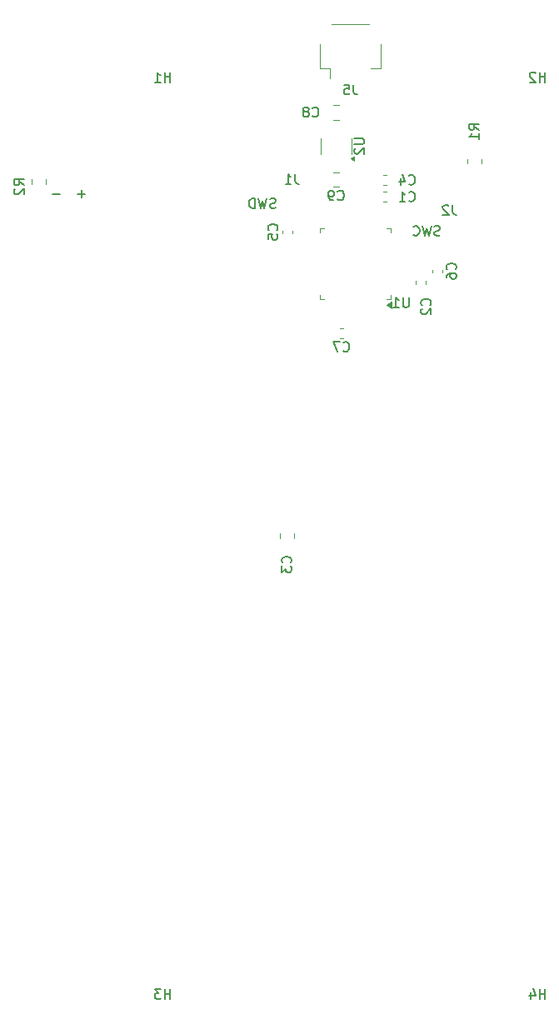
<source format=gbr>
%TF.GenerationSoftware,KiCad,Pcbnew,8.0.2*%
%TF.CreationDate,2025-12-13T15:13:10-08:00*%
%TF.ProjectId,mx-unsaver-numpad,6d782d75-6e73-4617-9665-722d6e756d70,rev?*%
%TF.SameCoordinates,Original*%
%TF.FileFunction,Legend,Bot*%
%TF.FilePolarity,Positive*%
%FSLAX46Y46*%
G04 Gerber Fmt 4.6, Leading zero omitted, Abs format (unit mm)*
G04 Created by KiCad (PCBNEW 8.0.2) date 2025-12-13 15:13:10*
%MOMM*%
%LPD*%
G01*
G04 APERTURE LIST*
%ADD10C,0.150000*%
%ADD11C,0.120000*%
G04 APERTURE END LIST*
D10*
X20990839Y-4732200D02*
X20847982Y-4779819D01*
X20847982Y-4779819D02*
X20609887Y-4779819D01*
X20609887Y-4779819D02*
X20514649Y-4732200D01*
X20514649Y-4732200D02*
X20467030Y-4684580D01*
X20467030Y-4684580D02*
X20419411Y-4589342D01*
X20419411Y-4589342D02*
X20419411Y-4494104D01*
X20419411Y-4494104D02*
X20467030Y-4398866D01*
X20467030Y-4398866D02*
X20514649Y-4351247D01*
X20514649Y-4351247D02*
X20609887Y-4303628D01*
X20609887Y-4303628D02*
X20800363Y-4256009D01*
X20800363Y-4256009D02*
X20895601Y-4208390D01*
X20895601Y-4208390D02*
X20943220Y-4160771D01*
X20943220Y-4160771D02*
X20990839Y-4065533D01*
X20990839Y-4065533D02*
X20990839Y-3970295D01*
X20990839Y-3970295D02*
X20943220Y-3875057D01*
X20943220Y-3875057D02*
X20895601Y-3827438D01*
X20895601Y-3827438D02*
X20800363Y-3779819D01*
X20800363Y-3779819D02*
X20562268Y-3779819D01*
X20562268Y-3779819D02*
X20419411Y-3827438D01*
X20086077Y-3779819D02*
X19847982Y-4779819D01*
X19847982Y-4779819D02*
X19657506Y-4065533D01*
X19657506Y-4065533D02*
X19467030Y-4779819D01*
X19467030Y-4779819D02*
X19228935Y-3779819D01*
X18847982Y-4779819D02*
X18847982Y-3779819D01*
X18847982Y-3779819D02*
X18609887Y-3779819D01*
X18609887Y-3779819D02*
X18467030Y-3827438D01*
X18467030Y-3827438D02*
X18371792Y-3922676D01*
X18371792Y-3922676D02*
X18324173Y-4017914D01*
X18324173Y-4017914D02*
X18276554Y-4208390D01*
X18276554Y-4208390D02*
X18276554Y-4351247D01*
X18276554Y-4351247D02*
X18324173Y-4541723D01*
X18324173Y-4541723D02*
X18371792Y-4636961D01*
X18371792Y-4636961D02*
X18467030Y-4732200D01*
X18467030Y-4732200D02*
X18609887Y-4779819D01*
X18609887Y-4779819D02*
X18847982Y-4779819D01*
X37700839Y-7522200D02*
X37557982Y-7569819D01*
X37557982Y-7569819D02*
X37319887Y-7569819D01*
X37319887Y-7569819D02*
X37224649Y-7522200D01*
X37224649Y-7522200D02*
X37177030Y-7474580D01*
X37177030Y-7474580D02*
X37129411Y-7379342D01*
X37129411Y-7379342D02*
X37129411Y-7284104D01*
X37129411Y-7284104D02*
X37177030Y-7188866D01*
X37177030Y-7188866D02*
X37224649Y-7141247D01*
X37224649Y-7141247D02*
X37319887Y-7093628D01*
X37319887Y-7093628D02*
X37510363Y-7046009D01*
X37510363Y-7046009D02*
X37605601Y-6998390D01*
X37605601Y-6998390D02*
X37653220Y-6950771D01*
X37653220Y-6950771D02*
X37700839Y-6855533D01*
X37700839Y-6855533D02*
X37700839Y-6760295D01*
X37700839Y-6760295D02*
X37653220Y-6665057D01*
X37653220Y-6665057D02*
X37605601Y-6617438D01*
X37605601Y-6617438D02*
X37510363Y-6569819D01*
X37510363Y-6569819D02*
X37272268Y-6569819D01*
X37272268Y-6569819D02*
X37129411Y-6617438D01*
X36796077Y-6569819D02*
X36557982Y-7569819D01*
X36557982Y-7569819D02*
X36367506Y-6855533D01*
X36367506Y-6855533D02*
X36177030Y-7569819D01*
X36177030Y-7569819D02*
X35938935Y-6569819D01*
X34986554Y-7474580D02*
X35034173Y-7522200D01*
X35034173Y-7522200D02*
X35177030Y-7569819D01*
X35177030Y-7569819D02*
X35272268Y-7569819D01*
X35272268Y-7569819D02*
X35415125Y-7522200D01*
X35415125Y-7522200D02*
X35510363Y-7426961D01*
X35510363Y-7426961D02*
X35557982Y-7331723D01*
X35557982Y-7331723D02*
X35605601Y-7141247D01*
X35605601Y-7141247D02*
X35605601Y-6998390D01*
X35605601Y-6998390D02*
X35557982Y-6807914D01*
X35557982Y-6807914D02*
X35510363Y-6712676D01*
X35510363Y-6712676D02*
X35415125Y-6617438D01*
X35415125Y-6617438D02*
X35272268Y-6569819D01*
X35272268Y-6569819D02*
X35177030Y-6569819D01*
X35177030Y-6569819D02*
X35034173Y-6617438D01*
X35034173Y-6617438D02*
X34986554Y-6665057D01*
X41658151Y3176666D02*
X41181960Y3509999D01*
X41658151Y3748094D02*
X40658151Y3748094D01*
X40658151Y3748094D02*
X40658151Y3367142D01*
X40658151Y3367142D02*
X40705770Y3271904D01*
X40705770Y3271904D02*
X40753389Y3224285D01*
X40753389Y3224285D02*
X40848627Y3176666D01*
X40848627Y3176666D02*
X40991484Y3176666D01*
X40991484Y3176666D02*
X41086722Y3224285D01*
X41086722Y3224285D02*
X41134341Y3271904D01*
X41134341Y3271904D02*
X41181960Y3367142D01*
X41181960Y3367142D02*
X41181960Y3748094D01*
X41658151Y2224285D02*
X41658151Y2795713D01*
X41658151Y2509999D02*
X40658151Y2509999D01*
X40658151Y2509999D02*
X40801008Y2605237D01*
X40801008Y2605237D02*
X40896246Y2700475D01*
X40896246Y2700475D02*
X40943865Y2795713D01*
X27306666Y-3895830D02*
X27354285Y-3943450D01*
X27354285Y-3943450D02*
X27497142Y-3991069D01*
X27497142Y-3991069D02*
X27592380Y-3991069D01*
X27592380Y-3991069D02*
X27735237Y-3943450D01*
X27735237Y-3943450D02*
X27830475Y-3848211D01*
X27830475Y-3848211D02*
X27878094Y-3752973D01*
X27878094Y-3752973D02*
X27925713Y-3562497D01*
X27925713Y-3562497D02*
X27925713Y-3419640D01*
X27925713Y-3419640D02*
X27878094Y-3229164D01*
X27878094Y-3229164D02*
X27830475Y-3133926D01*
X27830475Y-3133926D02*
X27735237Y-3038688D01*
X27735237Y-3038688D02*
X27592380Y-2991069D01*
X27592380Y-2991069D02*
X27497142Y-2991069D01*
X27497142Y-2991069D02*
X27354285Y-3038688D01*
X27354285Y-3038688D02*
X27306666Y-3086307D01*
X26830475Y-3991069D02*
X26639999Y-3991069D01*
X26639999Y-3991069D02*
X26544761Y-3943450D01*
X26544761Y-3943450D02*
X26497142Y-3895830D01*
X26497142Y-3895830D02*
X26401904Y-3752973D01*
X26401904Y-3752973D02*
X26354285Y-3562497D01*
X26354285Y-3562497D02*
X26354285Y-3181545D01*
X26354285Y-3181545D02*
X26401904Y-3086307D01*
X26401904Y-3086307D02*
X26449523Y-3038688D01*
X26449523Y-3038688D02*
X26544761Y-2991069D01*
X26544761Y-2991069D02*
X26735237Y-2991069D01*
X26735237Y-2991069D02*
X26830475Y-3038688D01*
X26830475Y-3038688D02*
X26878094Y-3086307D01*
X26878094Y-3086307D02*
X26925713Y-3181545D01*
X26925713Y-3181545D02*
X26925713Y-3419640D01*
X26925713Y-3419640D02*
X26878094Y-3514878D01*
X26878094Y-3514878D02*
X26830475Y-3562497D01*
X26830475Y-3562497D02*
X26735237Y-3610116D01*
X26735237Y-3610116D02*
X26544761Y-3610116D01*
X26544761Y-3610116D02*
X26449523Y-3562497D01*
X26449523Y-3562497D02*
X26401904Y-3514878D01*
X26401904Y-3514878D02*
X26354285Y-3419640D01*
X38973333Y-4454819D02*
X38973333Y-5169104D01*
X38973333Y-5169104D02*
X39020952Y-5311961D01*
X39020952Y-5311961D02*
X39116190Y-5407200D01*
X39116190Y-5407200D02*
X39259047Y-5454819D01*
X39259047Y-5454819D02*
X39354285Y-5454819D01*
X38544761Y-4550057D02*
X38497142Y-4502438D01*
X38497142Y-4502438D02*
X38401904Y-4454819D01*
X38401904Y-4454819D02*
X38163809Y-4454819D01*
X38163809Y-4454819D02*
X38068571Y-4502438D01*
X38068571Y-4502438D02*
X38020952Y-4550057D01*
X38020952Y-4550057D02*
X37973333Y-4645295D01*
X37973333Y-4645295D02*
X37973333Y-4740533D01*
X37973333Y-4740533D02*
X38020952Y-4883390D01*
X38020952Y-4883390D02*
X38592380Y-5454819D01*
X38592380Y-5454819D02*
X37973333Y-5454819D01*
X22983333Y-1304819D02*
X22983333Y-2019104D01*
X22983333Y-2019104D02*
X23030952Y-2161961D01*
X23030952Y-2161961D02*
X23126190Y-2257200D01*
X23126190Y-2257200D02*
X23269047Y-2304819D01*
X23269047Y-2304819D02*
X23364285Y-2304819D01*
X21983333Y-2304819D02*
X22554761Y-2304819D01*
X22269047Y-2304819D02*
X22269047Y-1304819D01*
X22269047Y-1304819D02*
X22364285Y-1447676D01*
X22364285Y-1447676D02*
X22459523Y-1542914D01*
X22459523Y-1542914D02*
X22554761Y-1590533D01*
X34536666Y-4019580D02*
X34584285Y-4067200D01*
X34584285Y-4067200D02*
X34727142Y-4114819D01*
X34727142Y-4114819D02*
X34822380Y-4114819D01*
X34822380Y-4114819D02*
X34965237Y-4067200D01*
X34965237Y-4067200D02*
X35060475Y-3971961D01*
X35060475Y-3971961D02*
X35108094Y-3876723D01*
X35108094Y-3876723D02*
X35155713Y-3686247D01*
X35155713Y-3686247D02*
X35155713Y-3543390D01*
X35155713Y-3543390D02*
X35108094Y-3352914D01*
X35108094Y-3352914D02*
X35060475Y-3257676D01*
X35060475Y-3257676D02*
X34965237Y-3162438D01*
X34965237Y-3162438D02*
X34822380Y-3114819D01*
X34822380Y-3114819D02*
X34727142Y-3114819D01*
X34727142Y-3114819D02*
X34584285Y-3162438D01*
X34584285Y-3162438D02*
X34536666Y-3210057D01*
X33584285Y-4114819D02*
X34155713Y-4114819D01*
X33869999Y-4114819D02*
X33869999Y-3114819D01*
X33869999Y-3114819D02*
X33965237Y-3257676D01*
X33965237Y-3257676D02*
X34060475Y-3352914D01*
X34060475Y-3352914D02*
X34155713Y-3400533D01*
X48386904Y8020180D02*
X48386904Y9020180D01*
X48386904Y8543990D02*
X47815476Y8543990D01*
X47815476Y8020180D02*
X47815476Y9020180D01*
X47386904Y8924942D02*
X47339285Y8972561D01*
X47339285Y8972561D02*
X47244047Y9020180D01*
X47244047Y9020180D02*
X47005952Y9020180D01*
X47005952Y9020180D02*
X46910714Y8972561D01*
X46910714Y8972561D02*
X46863095Y8924942D01*
X46863095Y8924942D02*
X46815476Y8829704D01*
X46815476Y8829704D02*
X46815476Y8734466D01*
X46815476Y8734466D02*
X46863095Y8591609D01*
X46863095Y8591609D02*
X47434523Y8020180D01*
X47434523Y8020180D02*
X46815476Y8020180D01*
X48386904Y-85129819D02*
X48386904Y-84129819D01*
X48386904Y-84606009D02*
X47815476Y-84606009D01*
X47815476Y-85129819D02*
X47815476Y-84129819D01*
X46910714Y-84463152D02*
X46910714Y-85129819D01*
X47148809Y-84082200D02*
X47386904Y-84796485D01*
X47386904Y-84796485D02*
X46767857Y-84796485D01*
X-4595180Y-2433333D02*
X-5071371Y-2100000D01*
X-4595180Y-1861905D02*
X-5595180Y-1861905D01*
X-5595180Y-1861905D02*
X-5595180Y-2242857D01*
X-5595180Y-2242857D02*
X-5547561Y-2338095D01*
X-5547561Y-2338095D02*
X-5499942Y-2385714D01*
X-5499942Y-2385714D02*
X-5404704Y-2433333D01*
X-5404704Y-2433333D02*
X-5261847Y-2433333D01*
X-5261847Y-2433333D02*
X-5166609Y-2385714D01*
X-5166609Y-2385714D02*
X-5118990Y-2338095D01*
X-5118990Y-2338095D02*
X-5071371Y-2242857D01*
X-5071371Y-2242857D02*
X-5071371Y-1861905D01*
X-5499942Y-2814286D02*
X-5547561Y-2861905D01*
X-5547561Y-2861905D02*
X-5595180Y-2957143D01*
X-5595180Y-2957143D02*
X-5595180Y-3195238D01*
X-5595180Y-3195238D02*
X-5547561Y-3290476D01*
X-5547561Y-3290476D02*
X-5499942Y-3338095D01*
X-5499942Y-3338095D02*
X-5404704Y-3385714D01*
X-5404704Y-3385714D02*
X-5309466Y-3385714D01*
X-5309466Y-3385714D02*
X-5166609Y-3338095D01*
X-5166609Y-3338095D02*
X-4595180Y-2766667D01*
X-4595180Y-2766667D02*
X-4595180Y-3385714D01*
X10286904Y-85129819D02*
X10286904Y-84129819D01*
X10286904Y-84606009D02*
X9715476Y-84606009D01*
X9715476Y-85129819D02*
X9715476Y-84129819D01*
X9334523Y-84129819D02*
X8715476Y-84129819D01*
X8715476Y-84129819D02*
X9048809Y-84510771D01*
X9048809Y-84510771D02*
X8905952Y-84510771D01*
X8905952Y-84510771D02*
X8810714Y-84558390D01*
X8810714Y-84558390D02*
X8763095Y-84606009D01*
X8763095Y-84606009D02*
X8715476Y-84701247D01*
X8715476Y-84701247D02*
X8715476Y-84939342D01*
X8715476Y-84939342D02*
X8763095Y-85034580D01*
X8763095Y-85034580D02*
X8810714Y-85082200D01*
X8810714Y-85082200D02*
X8905952Y-85129819D01*
X8905952Y-85129819D02*
X9191666Y-85129819D01*
X9191666Y-85129819D02*
X9286904Y-85082200D01*
X9286904Y-85082200D02*
X9334523Y-85034580D01*
X-1650951Y-3353866D02*
X-889047Y-3353866D01*
X889048Y-3353866D02*
X1650953Y-3353866D01*
X1270000Y-3734819D02*
X1270000Y-2972914D01*
X10286904Y8020180D02*
X10286904Y9020180D01*
X10286904Y8543990D02*
X9715476Y8543990D01*
X9715476Y8020180D02*
X9715476Y9020180D01*
X8715476Y8020180D02*
X9286904Y8020180D01*
X9001190Y8020180D02*
X9001190Y9020180D01*
X9001190Y9020180D02*
X9096428Y8877323D01*
X9096428Y8877323D02*
X9191666Y8782085D01*
X9191666Y8782085D02*
X9286904Y8734466D01*
X22502914Y-40813333D02*
X22550534Y-40765714D01*
X22550534Y-40765714D02*
X22598153Y-40622857D01*
X22598153Y-40622857D02*
X22598153Y-40527619D01*
X22598153Y-40527619D02*
X22550534Y-40384762D01*
X22550534Y-40384762D02*
X22455295Y-40289524D01*
X22455295Y-40289524D02*
X22360057Y-40241905D01*
X22360057Y-40241905D02*
X22169581Y-40194286D01*
X22169581Y-40194286D02*
X22026724Y-40194286D01*
X22026724Y-40194286D02*
X21836248Y-40241905D01*
X21836248Y-40241905D02*
X21741010Y-40289524D01*
X21741010Y-40289524D02*
X21645772Y-40384762D01*
X21645772Y-40384762D02*
X21598153Y-40527619D01*
X21598153Y-40527619D02*
X21598153Y-40622857D01*
X21598153Y-40622857D02*
X21645772Y-40765714D01*
X21645772Y-40765714D02*
X21693391Y-40813333D01*
X21598153Y-41146667D02*
X21598153Y-41765714D01*
X21598153Y-41765714D02*
X21979105Y-41432381D01*
X21979105Y-41432381D02*
X21979105Y-41575238D01*
X21979105Y-41575238D02*
X22026724Y-41670476D01*
X22026724Y-41670476D02*
X22074343Y-41718095D01*
X22074343Y-41718095D02*
X22169581Y-41765714D01*
X22169581Y-41765714D02*
X22407676Y-41765714D01*
X22407676Y-41765714D02*
X22502914Y-41718095D01*
X22502914Y-41718095D02*
X22550534Y-41670476D01*
X22550534Y-41670476D02*
X22598153Y-41575238D01*
X22598153Y-41575238D02*
X22598153Y-41289524D01*
X22598153Y-41289524D02*
X22550534Y-41194286D01*
X22550534Y-41194286D02*
X22502914Y-41146667D01*
X34526666Y-2299580D02*
X34574285Y-2347200D01*
X34574285Y-2347200D02*
X34717142Y-2394819D01*
X34717142Y-2394819D02*
X34812380Y-2394819D01*
X34812380Y-2394819D02*
X34955237Y-2347200D01*
X34955237Y-2347200D02*
X35050475Y-2251961D01*
X35050475Y-2251961D02*
X35098094Y-2156723D01*
X35098094Y-2156723D02*
X35145713Y-1966247D01*
X35145713Y-1966247D02*
X35145713Y-1823390D01*
X35145713Y-1823390D02*
X35098094Y-1632914D01*
X35098094Y-1632914D02*
X35050475Y-1537676D01*
X35050475Y-1537676D02*
X34955237Y-1442438D01*
X34955237Y-1442438D02*
X34812380Y-1394819D01*
X34812380Y-1394819D02*
X34717142Y-1394819D01*
X34717142Y-1394819D02*
X34574285Y-1442438D01*
X34574285Y-1442438D02*
X34526666Y-1490057D01*
X33669523Y-1728152D02*
X33669523Y-2394819D01*
X33907618Y-1347200D02*
X34145713Y-2061485D01*
X34145713Y-2061485D02*
X33526666Y-2061485D01*
X36679580Y-14633333D02*
X36727200Y-14585714D01*
X36727200Y-14585714D02*
X36774819Y-14442857D01*
X36774819Y-14442857D02*
X36774819Y-14347619D01*
X36774819Y-14347619D02*
X36727200Y-14204762D01*
X36727200Y-14204762D02*
X36631961Y-14109524D01*
X36631961Y-14109524D02*
X36536723Y-14061905D01*
X36536723Y-14061905D02*
X36346247Y-14014286D01*
X36346247Y-14014286D02*
X36203390Y-14014286D01*
X36203390Y-14014286D02*
X36012914Y-14061905D01*
X36012914Y-14061905D02*
X35917676Y-14109524D01*
X35917676Y-14109524D02*
X35822438Y-14204762D01*
X35822438Y-14204762D02*
X35774819Y-14347619D01*
X35774819Y-14347619D02*
X35774819Y-14442857D01*
X35774819Y-14442857D02*
X35822438Y-14585714D01*
X35822438Y-14585714D02*
X35870057Y-14633333D01*
X35870057Y-15014286D02*
X35822438Y-15061905D01*
X35822438Y-15061905D02*
X35774819Y-15157143D01*
X35774819Y-15157143D02*
X35774819Y-15395238D01*
X35774819Y-15395238D02*
X35822438Y-15490476D01*
X35822438Y-15490476D02*
X35870057Y-15538095D01*
X35870057Y-15538095D02*
X35965295Y-15585714D01*
X35965295Y-15585714D02*
X36060533Y-15585714D01*
X36060533Y-15585714D02*
X36203390Y-15538095D01*
X36203390Y-15538095D02*
X36774819Y-14966667D01*
X36774819Y-14966667D02*
X36774819Y-15585714D01*
X27856666Y-19269580D02*
X27904285Y-19317200D01*
X27904285Y-19317200D02*
X28047142Y-19364819D01*
X28047142Y-19364819D02*
X28142380Y-19364819D01*
X28142380Y-19364819D02*
X28285237Y-19317200D01*
X28285237Y-19317200D02*
X28380475Y-19221961D01*
X28380475Y-19221961D02*
X28428094Y-19126723D01*
X28428094Y-19126723D02*
X28475713Y-18936247D01*
X28475713Y-18936247D02*
X28475713Y-18793390D01*
X28475713Y-18793390D02*
X28428094Y-18602914D01*
X28428094Y-18602914D02*
X28380475Y-18507676D01*
X28380475Y-18507676D02*
X28285237Y-18412438D01*
X28285237Y-18412438D02*
X28142380Y-18364819D01*
X28142380Y-18364819D02*
X28047142Y-18364819D01*
X28047142Y-18364819D02*
X27904285Y-18412438D01*
X27904285Y-18412438D02*
X27856666Y-18460057D01*
X27523332Y-18364819D02*
X26856666Y-18364819D01*
X26856666Y-18364819D02*
X27285237Y-19364819D01*
X28994819Y2305654D02*
X29804342Y2305654D01*
X29804342Y2305654D02*
X29899580Y2258035D01*
X29899580Y2258035D02*
X29947200Y2210416D01*
X29947200Y2210416D02*
X29994819Y2115178D01*
X29994819Y2115178D02*
X29994819Y1924702D01*
X29994819Y1924702D02*
X29947200Y1829464D01*
X29947200Y1829464D02*
X29899580Y1781845D01*
X29899580Y1781845D02*
X29804342Y1734226D01*
X29804342Y1734226D02*
X28994819Y1734226D01*
X29090057Y1305654D02*
X29042438Y1258035D01*
X29042438Y1258035D02*
X28994819Y1162797D01*
X28994819Y1162797D02*
X28994819Y924702D01*
X28994819Y924702D02*
X29042438Y829464D01*
X29042438Y829464D02*
X29090057Y781845D01*
X29090057Y781845D02*
X29185295Y734226D01*
X29185295Y734226D02*
X29280533Y734226D01*
X29280533Y734226D02*
X29423390Y781845D01*
X29423390Y781845D02*
X29994819Y1353273D01*
X29994819Y1353273D02*
X29994819Y734226D01*
X34511904Y-13854819D02*
X34511904Y-14664342D01*
X34511904Y-14664342D02*
X34464285Y-14759580D01*
X34464285Y-14759580D02*
X34416666Y-14807200D01*
X34416666Y-14807200D02*
X34321428Y-14854819D01*
X34321428Y-14854819D02*
X34130952Y-14854819D01*
X34130952Y-14854819D02*
X34035714Y-14807200D01*
X34035714Y-14807200D02*
X33988095Y-14759580D01*
X33988095Y-14759580D02*
X33940476Y-14664342D01*
X33940476Y-14664342D02*
X33940476Y-13854819D01*
X32940476Y-14854819D02*
X33511904Y-14854819D01*
X33226190Y-14854819D02*
X33226190Y-13854819D01*
X33226190Y-13854819D02*
X33321428Y-13997676D01*
X33321428Y-13997676D02*
X33416666Y-14092914D01*
X33416666Y-14092914D02*
X33511904Y-14140533D01*
X24736666Y4574169D02*
X24784285Y4526550D01*
X24784285Y4526550D02*
X24927142Y4478930D01*
X24927142Y4478930D02*
X25022380Y4478930D01*
X25022380Y4478930D02*
X25165237Y4526550D01*
X25165237Y4526550D02*
X25260475Y4621788D01*
X25260475Y4621788D02*
X25308094Y4717026D01*
X25308094Y4717026D02*
X25355713Y4907502D01*
X25355713Y4907502D02*
X25355713Y5050359D01*
X25355713Y5050359D02*
X25308094Y5240835D01*
X25308094Y5240835D02*
X25260475Y5336073D01*
X25260475Y5336073D02*
X25165237Y5431311D01*
X25165237Y5431311D02*
X25022380Y5478930D01*
X25022380Y5478930D02*
X24927142Y5478930D01*
X24927142Y5478930D02*
X24784285Y5431311D01*
X24784285Y5431311D02*
X24736666Y5383692D01*
X24165237Y5050359D02*
X24260475Y5097978D01*
X24260475Y5097978D02*
X24308094Y5145597D01*
X24308094Y5145597D02*
X24355713Y5240835D01*
X24355713Y5240835D02*
X24355713Y5288454D01*
X24355713Y5288454D02*
X24308094Y5383692D01*
X24308094Y5383692D02*
X24260475Y5431311D01*
X24260475Y5431311D02*
X24165237Y5478930D01*
X24165237Y5478930D02*
X23974761Y5478930D01*
X23974761Y5478930D02*
X23879523Y5431311D01*
X23879523Y5431311D02*
X23831904Y5383692D01*
X23831904Y5383692D02*
X23784285Y5288454D01*
X23784285Y5288454D02*
X23784285Y5240835D01*
X23784285Y5240835D02*
X23831904Y5145597D01*
X23831904Y5145597D02*
X23879523Y5097978D01*
X23879523Y5097978D02*
X23974761Y5050359D01*
X23974761Y5050359D02*
X24165237Y5050359D01*
X24165237Y5050359D02*
X24260475Y5002740D01*
X24260475Y5002740D02*
X24308094Y4955121D01*
X24308094Y4955121D02*
X24355713Y4859883D01*
X24355713Y4859883D02*
X24355713Y4669407D01*
X24355713Y4669407D02*
X24308094Y4574169D01*
X24308094Y4574169D02*
X24260475Y4526550D01*
X24260475Y4526550D02*
X24165237Y4478930D01*
X24165237Y4478930D02*
X23974761Y4478930D01*
X23974761Y4478930D02*
X23879523Y4526550D01*
X23879523Y4526550D02*
X23831904Y4574169D01*
X23831904Y4574169D02*
X23784285Y4669407D01*
X23784285Y4669407D02*
X23784285Y4859883D01*
X23784285Y4859883D02*
X23831904Y4955121D01*
X23831904Y4955121D02*
X23879523Y5002740D01*
X23879523Y5002740D02*
X23974761Y5050359D01*
X39255537Y-11003333D02*
X39303157Y-10955714D01*
X39303157Y-10955714D02*
X39350776Y-10812857D01*
X39350776Y-10812857D02*
X39350776Y-10717619D01*
X39350776Y-10717619D02*
X39303157Y-10574762D01*
X39303157Y-10574762D02*
X39207918Y-10479524D01*
X39207918Y-10479524D02*
X39112680Y-10431905D01*
X39112680Y-10431905D02*
X38922204Y-10384286D01*
X38922204Y-10384286D02*
X38779347Y-10384286D01*
X38779347Y-10384286D02*
X38588871Y-10431905D01*
X38588871Y-10431905D02*
X38493633Y-10479524D01*
X38493633Y-10479524D02*
X38398395Y-10574762D01*
X38398395Y-10574762D02*
X38350776Y-10717619D01*
X38350776Y-10717619D02*
X38350776Y-10812857D01*
X38350776Y-10812857D02*
X38398395Y-10955714D01*
X38398395Y-10955714D02*
X38446014Y-11003333D01*
X38350776Y-11860476D02*
X38350776Y-11670000D01*
X38350776Y-11670000D02*
X38398395Y-11574762D01*
X38398395Y-11574762D02*
X38446014Y-11527143D01*
X38446014Y-11527143D02*
X38588871Y-11431905D01*
X38588871Y-11431905D02*
X38779347Y-11384286D01*
X38779347Y-11384286D02*
X39160299Y-11384286D01*
X39160299Y-11384286D02*
X39255537Y-11431905D01*
X39255537Y-11431905D02*
X39303157Y-11479524D01*
X39303157Y-11479524D02*
X39350776Y-11574762D01*
X39350776Y-11574762D02*
X39350776Y-11765238D01*
X39350776Y-11765238D02*
X39303157Y-11860476D01*
X39303157Y-11860476D02*
X39255537Y-11908095D01*
X39255537Y-11908095D02*
X39160299Y-11955714D01*
X39160299Y-11955714D02*
X38922204Y-11955714D01*
X38922204Y-11955714D02*
X38826966Y-11908095D01*
X38826966Y-11908095D02*
X38779347Y-11860476D01*
X38779347Y-11860476D02*
X38731728Y-11765238D01*
X38731728Y-11765238D02*
X38731728Y-11574762D01*
X38731728Y-11574762D02*
X38779347Y-11479524D01*
X38779347Y-11479524D02*
X38826966Y-11431905D01*
X38826966Y-11431905D02*
X38922204Y-11384286D01*
X28908333Y7765180D02*
X28908333Y7050895D01*
X28908333Y7050895D02*
X28955952Y6908038D01*
X28955952Y6908038D02*
X29051190Y6812800D01*
X29051190Y6812800D02*
X29194047Y6765180D01*
X29194047Y6765180D02*
X29289285Y6765180D01*
X27955952Y7765180D02*
X28432142Y7765180D01*
X28432142Y7765180D02*
X28479761Y7288990D01*
X28479761Y7288990D02*
X28432142Y7336609D01*
X28432142Y7336609D02*
X28336904Y7384228D01*
X28336904Y7384228D02*
X28098809Y7384228D01*
X28098809Y7384228D02*
X28003571Y7336609D01*
X28003571Y7336609D02*
X27955952Y7288990D01*
X27955952Y7288990D02*
X27908333Y7193752D01*
X27908333Y7193752D02*
X27908333Y6955657D01*
X27908333Y6955657D02*
X27955952Y6860419D01*
X27955952Y6860419D02*
X28003571Y6812800D01*
X28003571Y6812800D02*
X28098809Y6765180D01*
X28098809Y6765180D02*
X28336904Y6765180D01*
X28336904Y6765180D02*
X28432142Y6812800D01*
X28432142Y6812800D02*
X28479761Y6860419D01*
X21109580Y-7023333D02*
X21157200Y-6975714D01*
X21157200Y-6975714D02*
X21204819Y-6832857D01*
X21204819Y-6832857D02*
X21204819Y-6737619D01*
X21204819Y-6737619D02*
X21157200Y-6594762D01*
X21157200Y-6594762D02*
X21061961Y-6499524D01*
X21061961Y-6499524D02*
X20966723Y-6451905D01*
X20966723Y-6451905D02*
X20776247Y-6404286D01*
X20776247Y-6404286D02*
X20633390Y-6404286D01*
X20633390Y-6404286D02*
X20442914Y-6451905D01*
X20442914Y-6451905D02*
X20347676Y-6499524D01*
X20347676Y-6499524D02*
X20252438Y-6594762D01*
X20252438Y-6594762D02*
X20204819Y-6737619D01*
X20204819Y-6737619D02*
X20204819Y-6832857D01*
X20204819Y-6832857D02*
X20252438Y-6975714D01*
X20252438Y-6975714D02*
X20300057Y-7023333D01*
X20204819Y-7928095D02*
X20204819Y-7451905D01*
X20204819Y-7451905D02*
X20681009Y-7404286D01*
X20681009Y-7404286D02*
X20633390Y-7451905D01*
X20633390Y-7451905D02*
X20585771Y-7547143D01*
X20585771Y-7547143D02*
X20585771Y-7785238D01*
X20585771Y-7785238D02*
X20633390Y-7880476D01*
X20633390Y-7880476D02*
X20681009Y-7928095D01*
X20681009Y-7928095D02*
X20776247Y-7975714D01*
X20776247Y-7975714D02*
X21014342Y-7975714D01*
X21014342Y-7975714D02*
X21109580Y-7928095D01*
X21109580Y-7928095D02*
X21157200Y-7880476D01*
X21157200Y-7880476D02*
X21204819Y-7785238D01*
X21204819Y-7785238D02*
X21204819Y-7547143D01*
X21204819Y-7547143D02*
X21157200Y-7451905D01*
X21157200Y-7451905D02*
X21109580Y-7404286D01*
D11*
%TO.C,R1*%
X40465000Y227064D02*
X40465000Y-227064D01*
X41935000Y227064D02*
X41935000Y-227064D01*
%TO.C,C9*%
X27401252Y-1121250D02*
X26878748Y-1121250D01*
X27401252Y-2591250D02*
X26878748Y-2591250D01*
%TO.C,C1*%
X31951365Y-3123872D02*
X32232525Y-3123872D01*
X31951365Y-4143872D02*
X32232525Y-4143872D01*
%TO.C,R2*%
X-3835000Y-1872936D02*
X-3835000Y-2327064D01*
X-2365000Y-1872936D02*
X-2365000Y-2327064D01*
%TO.C,C3*%
X21415000Y-38361252D02*
X21415000Y-37838748D01*
X22885000Y-38361252D02*
X22885000Y-37838748D01*
%TO.C,C4*%
X31951365Y-1426815D02*
X32232525Y-1426815D01*
X31951365Y-2446815D02*
X32232525Y-2446815D01*
%TO.C,C2*%
X35188190Y-12190705D02*
X35188190Y-12471865D01*
X36208190Y-12190705D02*
X36208190Y-12471865D01*
%TO.C,C7*%
X27830580Y-16970000D02*
X27549420Y-16970000D01*
X27830580Y-17990000D02*
X27549420Y-17990000D01*
%TO.C,U2*%
X25580000Y2343750D02*
X25580000Y1543750D01*
X25580000Y743750D02*
X25580000Y1543750D01*
X28700000Y2343750D02*
X28700000Y1543750D01*
X28700000Y743750D02*
X28700000Y1543750D01*
X28980000Y3750D02*
X28650000Y243750D01*
X28980000Y483750D01*
X28980000Y3750D01*
G36*
X28980000Y3750D02*
G01*
X28650000Y243750D01*
X28980000Y483750D01*
X28980000Y3750D01*
G37*
%TO.C,U1*%
X25490000Y-6790000D02*
X25490000Y-7240000D01*
X25490000Y-14010000D02*
X25490000Y-13560000D01*
X25940000Y-6790000D02*
X25490000Y-6790000D01*
X25940000Y-14010000D02*
X25490000Y-14010000D01*
X32260000Y-6790000D02*
X32710000Y-6790000D01*
X32260000Y-14010000D02*
X32710000Y-14010000D01*
X32710000Y-6790000D02*
X32710000Y-7240000D01*
X32710000Y-14010000D02*
X32710000Y-13560000D01*
X32730000Y-14940000D02*
X32260000Y-14600000D01*
X32730000Y-14260000D01*
X32730000Y-14940000D01*
G36*
X32730000Y-14940000D02*
G01*
X32260000Y-14600000D01*
X32730000Y-14260000D01*
X32730000Y-14940000D01*
G37*
%TO.C,C8*%
X27401252Y5678750D02*
X26878748Y5678750D01*
X27401252Y4208750D02*
X26878748Y4208750D01*
%TO.C,C6*%
X36955957Y-11029420D02*
X36955957Y-11310580D01*
X37975957Y-11029420D02*
X37975957Y-11310580D01*
%TO.C,J5*%
X25465000Y9415000D02*
X25465000Y11915000D01*
X26515000Y9415000D02*
X25465000Y9415000D01*
X26515000Y8425000D02*
X26515000Y9415000D01*
X30515000Y13885000D02*
X26635000Y13885000D01*
X30635000Y9415000D02*
X31685000Y9415000D01*
X31685000Y9415000D02*
X31685000Y11915000D01*
%TO.C,C5*%
X21670000Y-7330580D02*
X21670000Y-7049420D01*
X22690000Y-7330580D02*
X22690000Y-7049420D01*
%TD*%
M02*

</source>
